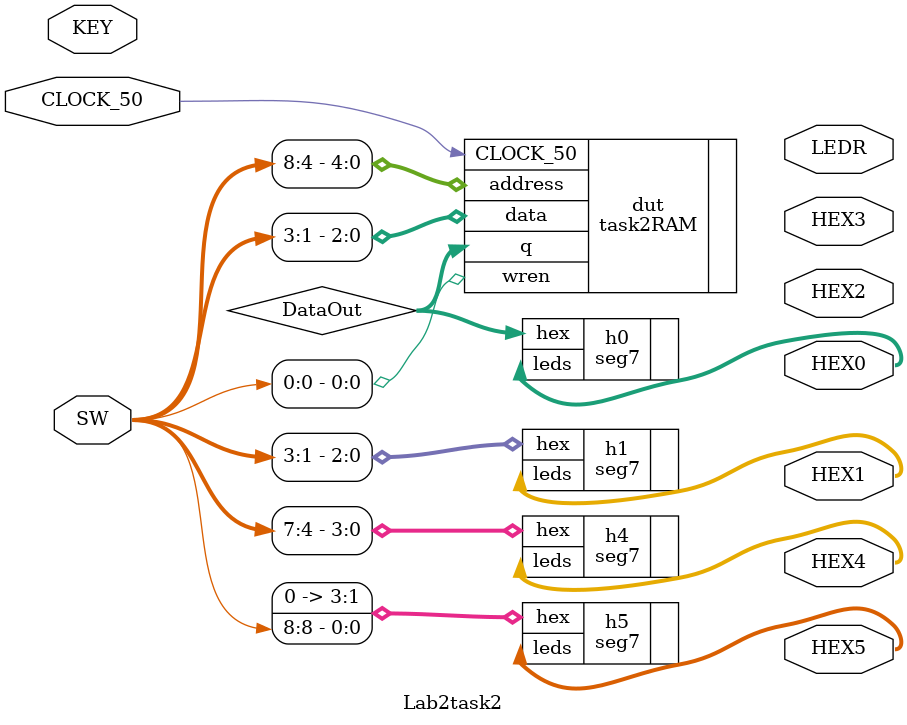
<source format=sv>
/***
*
*	Lab2task2 module, used t instantiate 32x3 ram file
*	SW[8:4] controls wraddress, SW[3:1] controls Din, SW[0] controls wren
*	takes in CLOCK_50, SW, KEY as inputs
*	outputs HEX display
*
*
***/

module Lab2task2 (CLOCK_50, SW, KEY, LEDR, HEX0, HEX1, HEX2, HEX3, HEX4, HEX5);
	input CLOCK_50; // 50 Mhz internal clock
	input [9:0] SW; // 10 external switches
	input [3:0] KEY; // 4 external keys
	output [9:0] LEDR; // 10 built in LEDs
	output [6:0] HEX0, HEX1, HEX2, HEX3, HEX4, HEX5; // 6 Hex displays
	
	logic [2:0] DataOut;
	
	// instantiates ram
	task2RAM dut (.address(SW[8:4]), .CLOCK_50(CLOCK_50), .data(SW[3:1]), .wren(SW[0]), .q(DataOut));
		
	// instantiates hex display
	seg7 h5 (.hex({3'b000, SW[8]}), .leds(HEX5));
	seg7 h4 (.hex(SW[7:4]), .leds(HEX4));
	seg7 h1 (.hex(SW[3:1]), .leds(HEX1));
	seg7 h0 (.hex(DataOut), .leds(HEX0));
	
endmodule 
</source>
